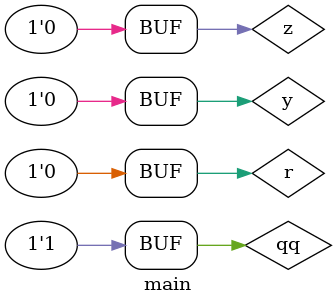
<source format=v>
module main ;
    wire r,x;
    reg y, z, qq;
    assign r = 1'b0;
    assign r = 1'b1;
    initial begin
        $monitor(r, y, z, qq);
        y = 1'b1;
        #1
        y = 1'b0;
    end
    always @(r, x, y) begin
        z = 1'b0;
    end
    always @(x) begin
        qq = 1'b1;
    end
endmodule
</source>
